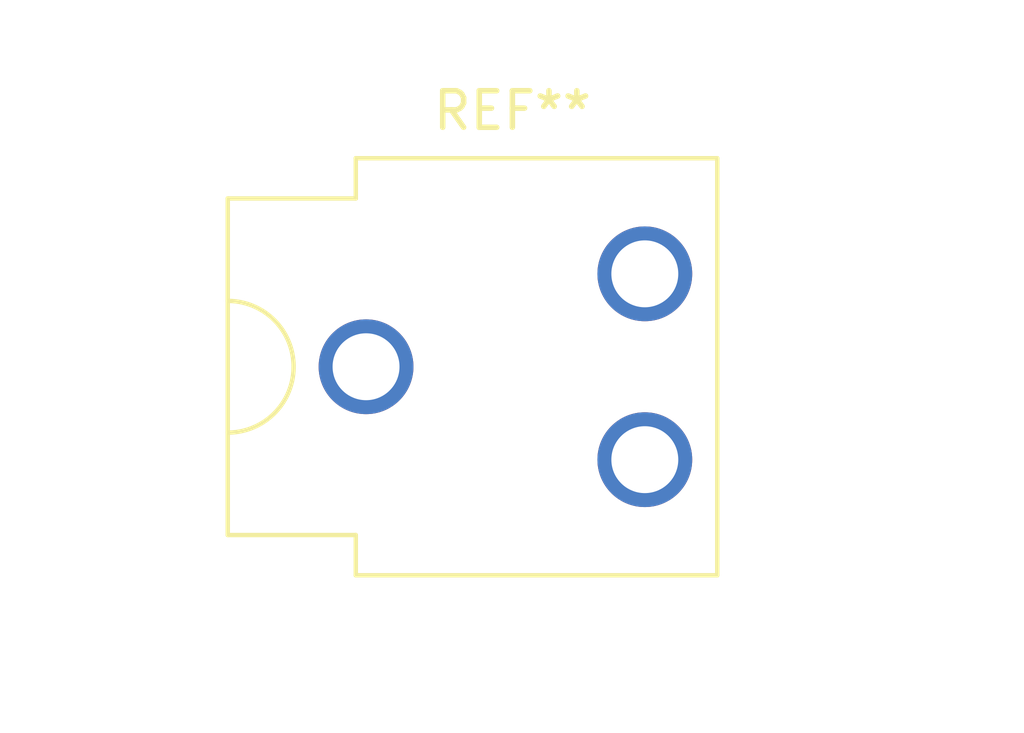
<source format=kicad_pcb>
(kicad_pcb (version 20241229) (generator "pcbnew") (generator_version "9.0")
  (layers (0 "F.Cu" signal) (2 "B.Cu" signal) (13 "F.Paste" user) (15 "B.Paste" user) (5 "F.SilkS" user "F.Silkscreen") (7 "B.SilkS" user "B.Silkscreen") (1 "F.Mask" user) (3 "B.Mask" user) (25 "Edge.Cuts" user))
  (net 0 "")
  (footprint "Battery:BatteryClip_Keystone_54_D16-19mm" (layer "F.Cu") (at 132.5 83.5)
    (property "Reference" "REF**" (at 4 -7 0) (layer "F.SilkS"))
    (property "Value" "BatteryClip_Keystone_54_D16-19mm")
    (fp_line (start -3.78 -4.6) (end -3.78 4.6) (stroke (width 0.12)) (layer "F.SilkS"))
    (fp_line (start -3.78 4.6) (end -0.28 4.6) (stroke (width 0.12)) (layer "F.SilkS"))
    (fp_line (start -0.28 -5.7) (end -0.28 -4.6) (stroke (width 0.12)) (layer "F.SilkS"))
    (fp_line (start -0.28 -4.6) (end -3.78 -4.6) (stroke (width 0.12)) (layer "F.SilkS"))
    (fp_line (start -0.28 4.6) (end -0.28 5.7) (stroke (width 0.12)) (layer "F.SilkS"))
    (fp_line (start -0.28 5.7) (end 9.6 5.7) (stroke (width 0.12)) (layer "F.SilkS"))
    (fp_line (start 9.6 -5.7) (end -0.28 -5.7) (stroke (width 0.12)) (layer "F.SilkS"))
    (fp_line (start 9.6 5.7) (end 9.6 -5.7) (stroke (width 0.12)) (layer "F.SilkS"))
    (fp_arc (start -3.78 -1.8) (mid -1.98 0) (end -3.78 1.8) (stroke (width 0.12)) (layer "F.SilkS"))
    (pad "1" thru_hole circle (at 0 0 180) (size 2.5908 2.5908) (drill 1.8288) (layers "*.Cu" "*.Mask"))
    (pad "1" thru_hole circle (at 7.62 -2.54 180) (size 2.5908 2.5908) (drill 1.8288) (layers "*.Cu" "*.Mask"))
    (pad "1" thru_hole circle (at 7.62 2.54 180) (size 2.5908 2.5908) (drill 1.8288) (layers "*.Cu" "*.Mask"))
  )
)
</source>
